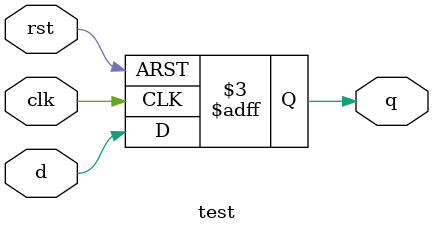
<source format=v>
module test (q, clk, rst, d);
input clk, rst;
input d;
output q;
reg q;

always @(posedge clk or negedge rst)
if (~rst)
q <= 1;
else
q <= d;

endmodule

</source>
